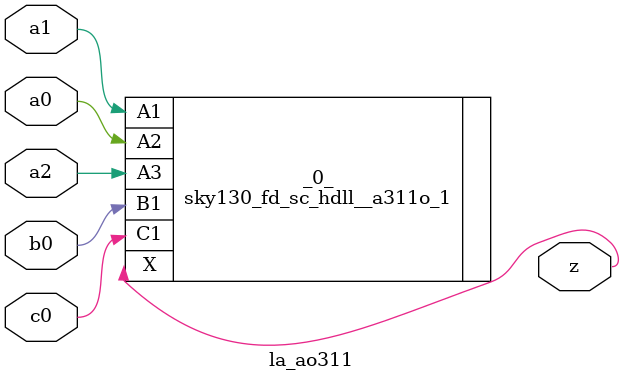
<source format=v>

/* Generated by Yosys 0.37 (git sha1 a5c7f69ed, clang 14.0.0-1ubuntu1.1 -fPIC -Os) */

module la_ao311(a0, a1, a2, b0, c0, z);
  input a0;
  wire a0;
  input a1;
  wire a1;
  input a2;
  wire a2;
  input b0;
  wire b0;
  input c0;
  wire c0;
  output z;
  wire z;
  sky130_fd_sc_hdll__a311o_1 _0_ (
    .A1(a1),
    .A2(a0),
    .A3(a2),
    .B1(b0),
    .C1(c0),
    .X(z)
  );
endmodule

</source>
